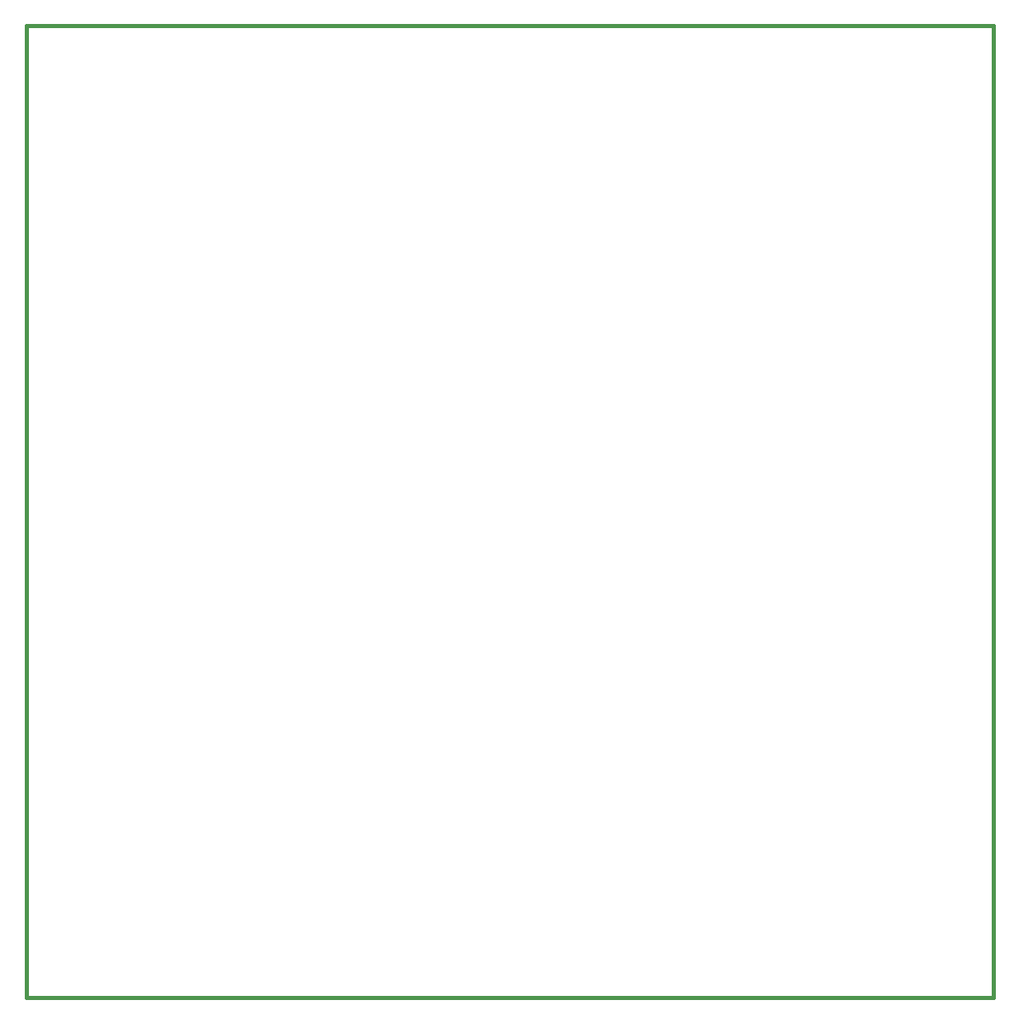
<source format=gbo>
G04 (created by PCBNEW-RS274X (2012-01-19 BZR 3256)-stable) date 5/8/2013 11:12:38 PM*
G01*
G70*
G90*
%MOIN*%
G04 Gerber Fmt 3.4, Leading zero omitted, Abs format*
%FSLAX34Y34*%
G04 APERTURE LIST*
%ADD10C,0.000100*%
%ADD11C,0.015000*%
G04 APERTURE END LIST*
G54D10*
G54D11*
X73000Y-58200D02*
X72600Y-58200D01*
X73000Y-57800D02*
X73000Y-58200D01*
X34000Y-57600D02*
X34000Y-58200D01*
X73000Y-19000D02*
X34000Y-19000D01*
X73000Y-58000D02*
X73000Y-19000D01*
X34000Y-58200D02*
X73000Y-58200D01*
X34000Y-19000D02*
X34000Y-58000D01*
M02*

</source>
